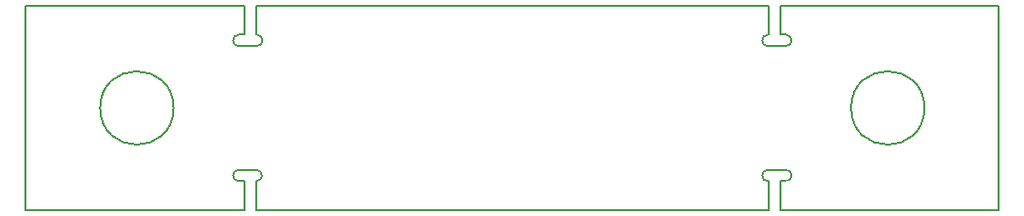
<source format=gbr>
G04 CAM350/DFMSTREAM V12.2 (Build 1155) Date:  Thu Aug 08 15:54:00 2019 *
G04 Database: C:\Users\ptome\Documents\Data - Open Quotes\PURDUE UNIVERSITY\CPC_MOCKUP_HDI_1X2_V2 REV 2.00\CPC_MOCKUP_HDI_1X2_V2 REV 2.00.cam *
G04 Layer 10: Outline *
%FSLAX44Y44*%
%MOIN*%
%SFA1.000B1.000*%

%MIA0B0*%
%IPPOS*%
%ADD23C,0.00500*%
%LNOutline*%
%LPD*%
G54D23*
X0Y0D02*
G01X7480D01*
Y984*
X7283*
Y1378D02*
G75*
G03X7283Y984J-197D01*
Y1378D02*
G01X7894D01*
Y984D02*
G03X7894Y1378I-20J197D01*
Y984D02*
G01X7874D01*
Y0*
X25335*
Y984*
X25315*
Y1378D02*
G03X25315Y984J-197D01*
Y1378D02*
G01X25925D01*
Y984D02*
G03X25925Y1378J197D01*
Y984D02*
G01X25728D01*
Y0*
X33189*
Y6969*
X25728*
Y5984*
X25925*
Y5591D02*
G03X25925Y5984J197D01*
Y5591D02*
G01X25315D01*
Y5984D02*
G03X25315Y5591J-197D01*
Y5984D02*
G01X25335D01*
Y6969*
X7874*
Y5984*
X7894*
Y5591D02*
G03X7894Y5984J197D01*
Y5591D02*
G01X7283D01*
Y5984D02*
G03X7283Y5591J-197D01*
Y5984D02*
G01X7480D01*
Y6969*
X0*
Y0*
X5061Y3484D02*
G03X5061Y3484I-1252D01*
X30652D02*
G03X30652Y3484I-1252D01*
X0Y0D02*
G01X7480D01*
Y984*
X7283*
Y1378D02*
G03X7283Y984J-197D01*
Y1378D02*
G01X7894D01*
Y984D02*
G03X7894Y1378I-20J197D01*
Y984D02*
G01X7874D01*
Y0*
X25335*
Y984*
X25315*
Y1378D02*
G03X25315Y984J-197D01*
Y1378D02*
G01X25925D01*
Y984D02*
G03X25925Y1378J197D01*
Y984D02*
G01X25728D01*
Y0*
X33189*
Y6969*
X25728*
Y5984*
X25925*
Y5591D02*
G03X25925Y5984J197D01*
Y5591D02*
G01X25315D01*
Y5984D02*
G03X25315Y5591J-197D01*
Y5984D02*
G01X25335D01*
Y6969*
X7874*
Y5984*
X7894*
Y5591D02*
G03X7894Y5984J197D01*
Y5591D02*
G01X7283D01*
Y5984D02*
G03X7283Y5591J-197D01*
Y5984D02*
G01X7480D01*
Y6969*
X0*
Y0*
X5061Y3484D02*
G03X5061Y3484I-1252D01*
X30652D02*
G03X30652Y3484I-1252D01*
M02*

</source>
